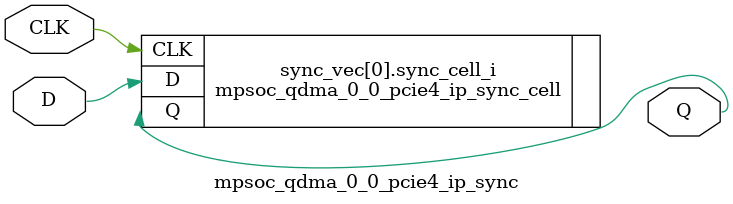
<source format=v>

`timescale 1ps / 1ps

(* DowngradeIPIdentifiedWarnings = "yes" *)
module mpsoc_qdma_0_0_pcie4_ip_sync #
(
    parameter integer WIDTH = 1, 
    parameter integer STAGE = 3
)
(
    //-------------------------------------------------------------------------- 
    //  Input Ports
    //-------------------------------------------------------------------------- 
    input                               CLK,
    input       [WIDTH-1:0]             D,
    
    //-------------------------------------------------------------------------- 
    //  Output Ports
    //-------------------------------------------------------------------------- 
    output      [WIDTH-1:0]             Q
);                                                        



//--------------------------------------------------------------------------------------------------
//  Generate Synchronizer - Begin
//--------------------------------------------------------------------------------------------------
genvar i;

generate for (i=0; i<WIDTH; i=i+1) 

    begin : sync_vec

    //----------------------------------------------------------------------
    //  Synchronizer
    //----------------------------------------------------------------------
    mpsoc_qdma_0_0_pcie4_ip_sync_cell #
    (
        .STAGE                          (STAGE)
    )    
    sync_cell_i
    (
        //------------------------------------------------------------------
        //  Input Ports
        //------------------------------------------------------------------
        .CLK                            (CLK),
        .D                              (D[i]),

        //------------------------------------------------------------------
        //  Output Ports
        //------------------------------------------------------------------
        .Q                              (Q[i])
    );
 
    end   
      
endgenerate 
//--------------------------------------------------------------------------------------------------
//  Generate - End
//--------------------------------------------------------------------------------------------------



endmodule

</source>
